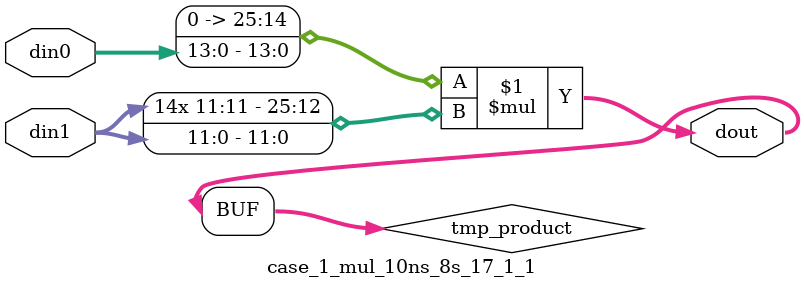
<source format=v>

`timescale 1 ns / 1 ps

 (* use_dsp = "no" *)  module case_1_mul_10ns_8s_17_1_1(din0, din1, dout);
parameter ID = 1;
parameter NUM_STAGE = 0;
parameter din0_WIDTH = 14;
parameter din1_WIDTH = 12;
parameter dout_WIDTH = 26;

input [din0_WIDTH - 1 : 0] din0; 
input [din1_WIDTH - 1 : 0] din1; 
output [dout_WIDTH - 1 : 0] dout;

wire signed [dout_WIDTH - 1 : 0] tmp_product;

























assign tmp_product = $signed({1'b0, din0}) * $signed(din1);










assign dout = tmp_product;





















endmodule

</source>
